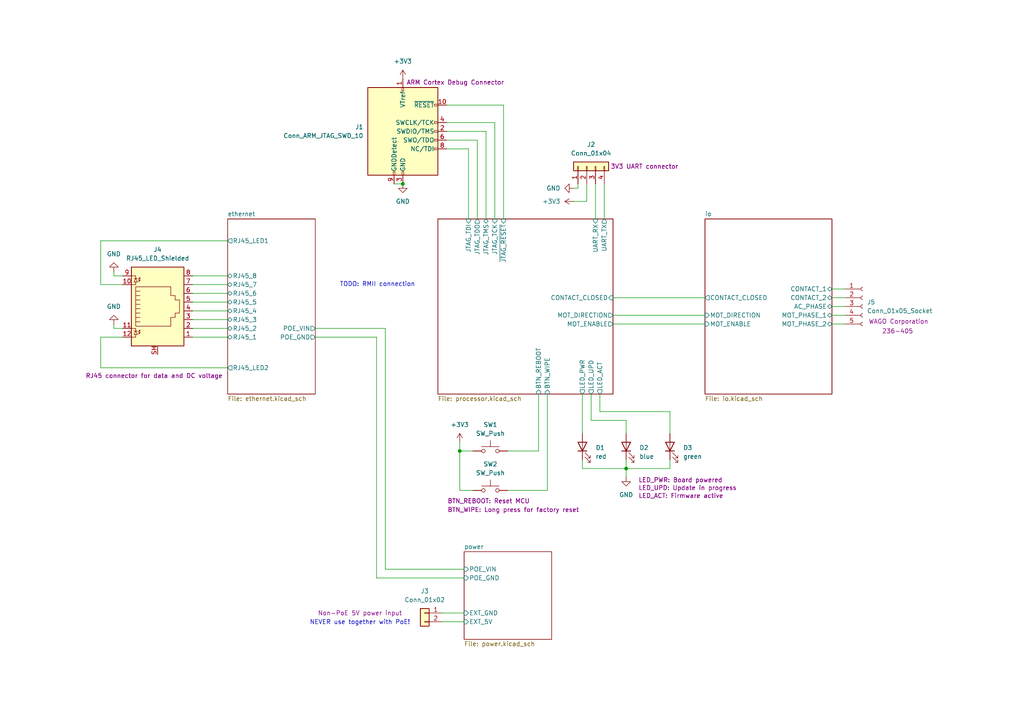
<source format=kicad_sch>
(kicad_sch (version 20250114) (generator "eeschema") (generator_version "9.0")
  (paper "A4")
  (title_block (title "iot-contact"))
  (lib_symbols
    (symbol "Connector:Conn_01x05_Socket" (pin_names (offset 1.016) (hide yes))
      (property "Reference" "J" (at 0 7.62 0))
      (property "Value" "Conn_01x05_Socket" (at 0 -7.62 0))
      (symbol "Conn_01x05_Socket_1_1"
        (polyline (pts (xy -1.27 5.08) (xy -0.508 5.08)) (stroke (width 0.1524)))
        (polyline (pts (xy -1.27 2.54) (xy -0.508 2.54)) (stroke (width 0.1524)))
        (polyline (pts (xy -1.27 0) (xy -0.508 0)) (stroke (width 0.1524)))
        (polyline (pts (xy -1.27 -2.54) (xy -0.508 -2.54)) (stroke (width 0.1524)))
        (polyline (pts (xy -1.27 -5.08) (xy -0.508 -5.08)) (stroke (width 0.1524)))
        (arc (start 0 4.572) (mid -0.5058 5.08) (end 0 5.588) (stroke (width 0.1524)))
        (arc (start 0 2.032) (mid -0.5058 2.54) (end 0 3.048) (stroke (width 0.1524)))
        (arc (start 0 -0.508) (mid -0.5058 0) (end 0 0.508) (stroke (width 0.1524)))
        (arc (start 0 -3.048) (mid -0.5058 -2.54) (end 0 -2.032) (stroke (width 0.1524)))
        (arc (start 0 -5.588) (mid -0.5058 -5.08) (end 0 -4.572) (stroke (width 0.1524)))
        (pin passive line (at -5.08 5.08 0) (length 3.81) (name "Pin_1") (number "1"))
        (pin passive line (at -5.08 2.54 0) (length 3.81) (name "Pin_2") (number "2"))
        (pin passive line (at -5.08 0 0) (length 3.81) (name "Pin_3") (number "3"))
        (pin passive line (at -5.08 -2.54 0) (length 3.81) (name "Pin_4") (number "4"))
        (pin passive line (at -5.08 -5.08 0) (length 3.81) (name "Pin_5") (number "5"))
      )
    )
    (symbol "Connector:Conn_ARM_JTAG_SWD_10" (pin_names (offset 1.016))
      (property "Reference" "J" (at -2.54 16.51 0))
      (property "Value" "Conn_ARM_JTAG_SWD_10" (at -2.54 13.97 0))
      (symbol "Conn_ARM_JTAG_SWD_10_0_1"
        (rectangle (start -10.16 12.7) (end 10.16 -12.7) (stroke (width 0.254)) (fill (type background)))
        (rectangle (start -2.794 -12.7) (end -2.286 -11.684))
        (rectangle (start -0.254 12.7) (end 0.254 11.684))
        (rectangle (start -0.254 -12.7) (end 0.254 -11.684))
        (rectangle (start 9.144 2.286) (end 10.16 2.794))
        (rectangle (start 10.16 7.874) (end 9.144 7.366))
        (rectangle (start 10.16 -0.254) (end 9.144 0.254))
        (rectangle (start 10.16 -2.794) (end 9.144 -2.286))
      )
      (symbol "Conn_ARM_JTAG_SWD_10_1_1"
        (rectangle (start 9.144 -5.334) (end 10.16 -4.826))
        (pin no_connect line (at -10.16 0 0) (length 2.54) (hide yes) (name "KEY") (number "7"))
        (pin passive line (at -2.54 -15.24 90) (length 2.54) (name "GNDDetect") (number "9"))
        (pin power_in line (at 0 15.24 270) (length 2.54) (name "VTref") (number "1"))
        (pin power_in line (at 0 -15.24 90) (length 2.54) (name "GND") (number "3"))
        (pin passive line (at 0 -15.24 90) (length 2.54) (hide yes) (name "GND") (number "5"))
        (pin open_collector line (at 12.7 7.62 180) (length 2.54) (name "~{RESET}") (number "10"))
        (pin output line (at 12.7 2.54 180) (length 2.54) (name "SWCLK/TCK") (number "4"))
        (pin bidirectional line (at 12.7 0 180) (length 2.54) (name "SWDIO/TMS") (number "2"))
        (pin input line (at 12.7 -2.54 180) (length 2.54) (name "SWO/TDO") (number "6"))
        (pin output line (at 12.7 -5.08 180) (length 2.54) (name "NC/TDI") (number "8"))
      )
    )
    (symbol "Connector:RJ45_LED_Shielded" (pin_names (offset 1.016))
      (property "Reference" "J" (at -5.08 13.97 0))
      (property "Value" "RJ45_LED_Shielded" (at 1.27 13.97 0))
      (symbol "RJ45_LED_Shielded_0_1"
        (polyline (pts (xy -7.62 10.16) (xy -6.35 10.16)))
        (polyline (pts (xy -7.62 7.62) (xy -6.35 7.62)))
        (polyline (pts (xy -7.62 -5.08) (xy -6.35 -5.08)))
        (polyline (pts (xy -7.62 -7.62) (xy -6.35 -7.62)))
        (polyline (pts (xy -6.858 9.398) (xy -5.842 9.398)))
        (polyline (pts (xy -6.858 -5.842) (xy -5.842 -5.842)))
        (polyline (pts (xy -6.35 10.16) (xy -6.35 9.398)))
        (polyline (pts (xy -6.35 9.398) (xy -6.858 8.382) (xy -5.842 8.382) (xy -6.35 9.398)))
        (polyline (pts (xy -6.35 7.62) (xy -6.35 8.382)))
        (polyline (pts (xy -6.35 1.905) (xy -5.08 1.905) (xy -5.08 1.905)))
        (polyline (pts (xy -6.35 0.635) (xy -5.08 0.635) (xy -5.08 0.635)))
        (polyline (pts (xy -6.35 -0.635) (xy -5.08 -0.635) (xy -5.08 -0.635)))
        (polyline (pts (xy -6.35 -1.905) (xy -5.08 -1.905) (xy -5.08 -1.905)))
        (polyline (pts (xy -6.35 -3.175) (xy -5.08 -3.175) (xy -5.08 -3.175)))
        (polyline (pts (xy -6.35 -4.445) (xy -6.35 6.985) (xy 3.81 6.985) (xy 3.81 4.445) (xy 5.08 4.445) (xy 5.08 3.175) (xy 6.35 3.175) (xy 6.35 -0.635) (xy 5.08 -0.635) (xy 5.08 -1.905) (xy 3.81 -1.905) (xy 3.81 -4.445) (xy -6.35 -4.445) (xy -6.35 -4.445)))
        (polyline (pts (xy -6.35 -5.08) (xy -6.35 -5.842)))
        (polyline (pts (xy -6.35 -5.842) (xy -6.858 -6.858) (xy -5.842 -6.858) (xy -6.35 -5.842)))
        (polyline (pts (xy -6.35 -7.62) (xy -6.35 -6.858)))
        (polyline (pts (xy -5.588 9.144) (xy -5.08 9.652) (xy -5.461 9.525)))
        (polyline (pts (xy -5.588 8.509) (xy -5.08 9.017) (xy -5.461 8.89)))
        (polyline (pts (xy -5.588 -6.096) (xy -5.08 -5.588) (xy -5.461 -5.715)))
        (polyline (pts (xy -5.588 -6.731) (xy -5.08 -6.223) (xy -5.461 -6.35)))
        (polyline (pts (xy -5.08 9.652) (xy -5.207 9.271)))
        (polyline (pts (xy -5.08 9.017) (xy -5.207 8.636)))
        (polyline (pts (xy -5.08 5.715) (xy -6.35 5.715)))
        (polyline (pts (xy -5.08 4.445) (xy -6.35 4.445)))
        (polyline (pts (xy -5.08 3.175) (xy -6.35 3.175) (xy -6.35 3.175)))
        (polyline (pts (xy -5.08 -5.588) (xy -5.207 -5.969)))
        (polyline (pts (xy -5.08 -6.223) (xy -5.207 -6.604)))
        (rectangle (start 7.62 12.7) (end -7.62 -10.16) (stroke (width 0.254)) (fill (type background)))
      )
      (symbol "RJ45_LED_Shielded_1_1"
        (pin passive line (at -10.16 10.16 0) (length 2.54) (name "~") (number "9"))
        (pin passive line (at -10.16 7.62 0) (length 2.54) (name "~") (number "10"))
        (pin passive line (at -10.16 -5.08 0) (length 2.54) (name "~") (number "11"))
        (pin passive line (at -10.16 -7.62 0) (length 2.54) (name "~") (number "12"))
        (pin passive line (at 0 -12.7 90) (length 2.54) (name "~") (number "SH"))
        (pin passive line (at 10.16 10.16 180) (length 2.54) (name "~") (number "8"))
        (pin passive line (at 10.16 7.62 180) (length 2.54) (name "~") (number "7"))
        (pin passive line (at 10.16 5.08 180) (length 2.54) (name "~") (number "6"))
        (pin passive line (at 10.16 2.54 180) (length 2.54) (name "~") (number "5"))
        (pin passive line (at 10.16 0 180) (length 2.54) (name "~") (number "4"))
        (pin passive line (at 10.16 -2.54 180) (length 2.54) (name "~") (number "3"))
        (pin passive line (at 10.16 -5.08 180) (length 2.54) (name "~") (number "2"))
        (pin passive line (at 10.16 -7.62 180) (length 2.54) (name "~") (number "1"))
      )
    )
    (symbol "Connector_Generic:Conn_01x02" (pin_names (offset 1.016) (hide yes))
      (property "Reference" "J" (at 0 2.54 0))
      (property "Value" "Conn_01x02" (at 0 -5.08 0))
      (symbol "Conn_01x02_1_1"
        (rectangle (start -1.27 1.27) (end 1.27 -3.81) (stroke (width 0.254)) (fill (type background)))
        (rectangle (start -1.27 0.127) (end 0 -0.127) (stroke (width 0.1524)))
        (rectangle (start -1.27 -2.413) (end 0 -2.667) (stroke (width 0.1524)))
        (pin passive line (at -5.08 0 0) (length 3.81) (name "Pin_1") (number "1"))
        (pin passive line (at -5.08 -2.54 0) (length 3.81) (name "Pin_2") (number "2"))
      )
    )
    (symbol "Connector_Generic:Conn_01x04" (pin_names (offset 1.016) (hide yes))
      (property "Reference" "J" (at 0 5.08 0))
      (property "Value" "Conn_01x04" (at 0 -7.62 0))
      (symbol "Conn_01x04_1_1"
        (rectangle (start -1.27 3.81) (end 1.27 -6.35) (stroke (width 0.254)) (fill (type background)))
        (rectangle (start -1.27 2.667) (end 0 2.413) (stroke (width 0.1524)))
        (rectangle (start -1.27 0.127) (end 0 -0.127) (stroke (width 0.1524)))
        (rectangle (start -1.27 -2.413) (end 0 -2.667) (stroke (width 0.1524)))
        (rectangle (start -1.27 -4.953) (end 0 -5.207) (stroke (width 0.1524)))
        (pin passive line (at -5.08 2.54 0) (length 3.81) (name "Pin_1") (number "1"))
        (pin passive line (at -5.08 0 0) (length 3.81) (name "Pin_2") (number "2"))
        (pin passive line (at -5.08 -2.54 0) (length 3.81) (name "Pin_3") (number "3"))
        (pin passive line (at -5.08 -5.08 0) (length 3.81) (name "Pin_4") (number "4"))
      )
    )
    (symbol "Device:LED" (pin_numbers (hide yes)) (pin_names (offset 1.016) (hide yes))
      (property "Reference" "D" (at 0 2.54 0))
      (property "Value" "LED" (at 0 -2.54 0))
      (symbol "LED_0_1"
        (polyline (pts (xy -3.048 -0.762) (xy -4.572 -2.286) (xy -3.81 -2.286) (xy -4.572 -2.286) (xy -4.572 -1.524)))
        (polyline (pts (xy -1.778 -0.762) (xy -3.302 -2.286) (xy -2.54 -2.286) (xy -3.302 -2.286) (xy -3.302 -1.524)))
        (polyline (pts (xy -1.27 0) (xy 1.27 0)))
        (polyline (pts (xy -1.27 -1.27) (xy -1.27 1.27)) (stroke (width 0.254)))
        (polyline (pts (xy 1.27 -1.27) (xy 1.27 1.27) (xy -1.27 0) (xy 1.27 -1.27)) (stroke (width 0.254)))
      )
      (symbol "LED_1_1"
        (pin passive line (at -3.81 0 0) (length 2.54) (name "K") (number "1"))
        (pin passive line (at 3.81 0 180) (length 2.54) (name "A") (number "2"))
      )
    )
    (symbol "Switch:SW_Push" (pin_numbers (hide yes)) (pin_names (offset 1.016) (hide yes))
      (property "Reference" "SW" (at 1.27 2.54 0))
      (property "Value" "SW_Push" (at 0 -1.524 0))
      (symbol "SW_Push_0_1"
        (circle (center -2.032 0) (radius 0.508))
        (polyline (pts (xy 0 1.27) (xy 0 3.048)))
        (circle (center 2.032 0) (radius 0.508))
        (polyline (pts (xy 2.54 1.27) (xy -2.54 1.27)))
        (pin passive line (at -5.08 0 0) (length 2.54) (name "1") (number "1"))
        (pin passive line (at 5.08 0 180) (length 2.54) (name "2") (number "2"))
      )
    )
    (symbol "power:+3V3" (power) (pin_numbers (hide yes)) (pin_names (offset 0) (hide yes))
      (property "Value" "+3V3" (at 0 3.556 0))
      (symbol "+3V3_0_1"
        (polyline (pts (xy -0.762 1.27) (xy 0 2.54)))
        (polyline (pts (xy 0 2.54) (xy 0.762 1.27)))
        (polyline (pts (xy 0 0) (xy 0 2.54)))
      )
      (symbol "+3V3_1_1"
        (pin power_in line (at 0 0 90) (length 0) (name "~") (number "1"))
      )
    )
    (symbol "power:GND" (power) (pin_numbers (hide yes)) (pin_names (offset 0) (hide yes))
      (property "Value" "GND" (at 0 -3.81 0))
      (symbol "GND_0_1"
        (polyline (pts (xy 0 0) (xy 0 -1.27) (xy 1.27 -1.27) (xy 0 -2.54) (xy -1.27 -1.27) (xy 0 -1.27)))
      )
      (symbol "GND_1_1"
        (pin power_in line (at 0 0 270) (length 0) (name "~") (number "1"))
      )
    )
  )
  (text "NEVER use together with PoE!" (at 104.394 180.594 0) (effects (font (size 1.27 1.27))))
  (text "TODO: RMII connection" (at 109.474 82.55 0) (effects (font (size 1.27 1.27))))
  (junction (at 181.61 135.89))
  (junction (at 133.35 130.81))
  (junction (at 116.84 53.34))
  (wire (pts (xy 181.61 135.89) (xy 181.61 138.43)))
  (wire (pts (xy 138.43 40.64) (xy 138.43 63.5)))
  (wire (pts (xy 241.3 93.98) (xy 245.11 93.98)))
  (wire (pts (xy 29.21 82.55) (xy 35.56 82.55)))
  (wire (pts (xy 181.61 133.35) (xy 181.61 135.89)))
  (wire (pts (xy 55.88 80.01) (xy 66.04 80.01)))
  (wire (pts (xy 33.02 80.01) (xy 35.56 80.01)))
  (wire (pts (xy 111.76 165.1) (xy 134.62 165.1)))
  (wire (pts (xy 170.18 58.42) (xy 166.37 58.42)))
  (wire (pts (xy 109.22 97.79) (xy 109.22 167.64)))
  (wire (pts (xy 111.76 95.25) (xy 111.76 165.1)))
  (wire (pts (xy 129.54 35.56) (xy 143.51 35.56)))
  (wire (pts (xy 181.61 121.92) (xy 181.61 125.73)))
  (wire (pts (xy 177.8 86.36) (xy 204.47 86.36)))
  (wire (pts (xy 129.54 30.48) (xy 146.05 30.48)))
  (wire (pts (xy 146.05 30.48) (xy 146.05 63.5)))
  (wire (pts (xy 156.21 114.3) (xy 156.21 130.81)))
  (wire (pts (xy 133.35 130.81) (xy 133.35 142.24)))
  (wire (pts (xy 158.75 114.3) (xy 158.75 142.24)))
  (wire (pts (xy 55.88 85.09) (xy 66.04 85.09)))
  (wire (pts (xy 168.91 135.89) (xy 181.61 135.89)))
  (wire (pts (xy 33.02 93.98) (xy 33.02 95.25)))
  (wire (pts (xy 241.3 91.44) (xy 245.11 91.44)))
  (wire (pts (xy 114.3 53.34) (xy 116.84 53.34)))
  (wire (pts (xy 168.91 114.3) (xy 168.91 125.73)))
  (wire (pts (xy 173.99 114.3) (xy 173.99 119.38)))
  (wire (pts (xy 129.54 40.64) (xy 138.43 40.64)))
  (wire (pts (xy 137.16 142.24) (xy 133.35 142.24)))
  (wire (pts (xy 166.37 54.61) (xy 167.64 54.61)))
  (wire (pts (xy 241.3 83.82) (xy 245.11 83.82)))
  (wire (pts (xy 170.18 53.34) (xy 170.18 58.42)))
  (wire (pts (xy 241.3 86.36) (xy 245.11 86.36)))
  (wire (pts (xy 91.44 97.79) (xy 109.22 97.79)))
  (wire (pts (xy 133.35 130.81) (xy 133.35 128.27)))
  (wire (pts (xy 129.54 43.18) (xy 135.89 43.18)))
  (wire (pts (xy 55.88 82.55) (xy 66.04 82.55)))
  (wire (pts (xy 241.3 88.9) (xy 245.11 88.9)))
  (wire (pts (xy 55.88 97.79) (xy 66.04 97.79)))
  (wire (pts (xy 167.64 54.61) (xy 167.64 53.34)))
  (wire (pts (xy 140.97 38.1) (xy 140.97 63.5)))
  (wire (pts (xy 33.02 78.74) (xy 33.02 80.01)))
  (wire (pts (xy 173.99 119.38) (xy 194.31 119.38)))
  (wire (pts (xy 194.31 119.38) (xy 194.31 125.73)))
  (wire (pts (xy 194.31 133.35) (xy 194.31 135.89)))
  (wire (pts (xy 177.8 91.44) (xy 204.47 91.44)))
  (wire (pts (xy 194.31 135.89) (xy 181.61 135.89)))
  (wire (pts (xy 29.21 97.79) (xy 35.56 97.79)))
  (wire (pts (xy 168.91 133.35) (xy 168.91 135.89)))
  (wire (pts (xy 158.75 142.24) (xy 147.32 142.24)))
  (wire (pts (xy 143.51 35.56) (xy 143.51 63.5)))
  (wire (pts (xy 172.72 53.34) (xy 172.72 63.5)))
  (wire (pts (xy 171.45 114.3) (xy 171.45 121.92)))
  (wire (pts (xy 55.88 87.63) (xy 66.04 87.63)))
  (wire (pts (xy 129.54 38.1) (xy 140.97 38.1)))
  (wire (pts (xy 135.89 43.18) (xy 135.89 63.5)))
  (wire (pts (xy 171.45 121.92) (xy 181.61 121.92)))
  (wire (pts (xy 55.88 95.25) (xy 66.04 95.25)))
  (wire (pts (xy 128.27 177.8) (xy 134.62 177.8)))
  (wire (pts (xy 137.16 130.81) (xy 133.35 130.81)))
  (wire (pts (xy 128.27 180.34) (xy 134.62 180.34)))
  (wire (pts (xy 177.8 93.98) (xy 204.47 93.98)))
  (wire (pts (xy 175.26 53.34) (xy 175.26 63.5)))
  (wire (pts (xy 29.21 69.85) (xy 29.21 82.55)))
  (wire (pts (xy 156.21 130.81) (xy 147.32 130.81)))
  (wire (pts (xy 91.44 95.25) (xy 111.76 95.25)))
  (wire (pts (xy 55.88 90.17) (xy 66.04 90.17)))
  (wire (pts (xy 109.22 167.64) (xy 134.62 167.64)))
  (wire (pts (xy 33.02 95.25) (xy 35.56 95.25)))
  (wire (pts (xy 55.88 92.71) (xy 66.04 92.71)))
  (wire (pts (xy 29.21 106.68) (xy 29.21 97.79)))
  (wire (pts (xy 66.04 69.85) (xy 29.21 69.85)))
  (wire (pts (xy 66.04 106.68) (xy 29.21 106.68)))
  (symbol (lib_id "power:GND") (at 33.02 93.98 180) (unit 1)
    (property "Reference" "#PWR08" (effects (hide yes)))
    (property "Value" "GND" (at 33.02 88.9 0))
    (property "Description" "Power symbol creates a global label with name \"GND\" , ground" (effects (hide yes)))
  )
  (symbol (lib_id "Switch:SW_Push") (at 142.24 130.81 0) (mirror y) (unit 1)
    (property "Reference" "SW1" (at 142.24 123.19 0))
    (property "Value" "SW_Push" (at 142.24 125.73 0))
    (property "Footprint" "Button_Switch_SMD:SW_SPST_TL3305B" (effects (hide yes)))
    (property "Datasheet" "https://www.e-switch.com/wp-content/uploads/2024/08/TL3305.pdf" (effects (hide yes)))
    (property "Description" "BTN_REBOOT: Reset MCU" (at 129.794 145.288 0) (effects (justify right)))
    (property "MPN" "TL3305BF260QG" (effects (hide yes)))
    (property "Manufacturer" "E-Switch" (effects (hide yes)))
  )
  (symbol (lib_id "Connector:RJ45_LED_Shielded") (at 45.72 90.17 0) (unit 1)
    (property "Reference" "J4" (at 45.72 72.39 0))
    (property "Value" "RJ45_LED_Shielded" (at 45.72 74.93 0))
    (property "Footprint" "Connector_RJ:RJ45_BEL_SS74301-00x_Vertical" (effects (hide yes)))
    (property "Datasheet" "https://www.cinch.com/media/datasheets/products/ethernet-usb/ds-stw-2.5g-connectors.pdf" (effects (hide yes)))
    (property "Description" "RJ45 connector for data and DC voltage" (at 44.704 108.966 0))
    (property "MPN" "SS-74301-001" (effects (hide yes)))
    (property "Manufacturer" "Stewart Connector" (effects (hide yes)))
  )
  (symbol (lib_id "Switch:SW_Push") (at 142.24 142.24 0) (mirror y) (unit 1)
    (property "Reference" "SW2" (at 142.24 134.62 0))
    (property "Value" "SW_Push" (at 142.24 137.16 0))
    (property "Footprint" "Button_Switch_SMD:SW_SPST_TL3305B" (effects (hide yes)))
    (property "Datasheet" "https://www.e-switch.com/wp-content/uploads/2024/08/TL3305.pdf" (effects (hide yes)))
    (property "Description" "BTN_WIPE: Long press for factory reset" (at 129.794 147.828 0) (effects (justify right)))
    (property "MPN" "TL3305BF260QG" (effects (hide yes)))
    (property "Manufacturer" "E-Switch" (effects (hide yes)))
  )
  (symbol (lib_id "Device:LED") (at 181.61 129.54 90) (unit 1)
    (property "Reference" "D2" (at 185.42 129.8574 90) (effects (justify right)))
    (property "Value" "blue" (at 185.42 132.3974 90) (effects (justify right)))
    (property "Footprint" "LED_SMD:LED_1206_3216Metric" (effects (hide yes)))
    (property "Datasheet" "https://s3-us-west-2.amazonaws.com/catsy.557/Dialight_CBI_data_598-1206_Apr2018.pdf" (effects (hide yes)))
    (property "Description" "LED_UPD: Update in progress" (at 185.166 141.478 90) (effects (justify right)))
    (property "MPN" "598-8291-107F" (effects (hide yes)))
    (property "Manufacturer" "Dialight" (effects (hide yes)))
  )
  (symbol (lib_id "Connector_Generic:Conn_01x04") (at 170.18 48.26 90) (unit 1)
    (property "Reference" "J2" (at 171.45 41.91 90))
    (property "Value" "Conn_01x04" (at 171.45 44.45 90))
    (property "Footprint" "Connector_PinHeader_2.54mm:PinHeader_1x04_P2.54mm_Vertical" (effects (hide yes)))
    (property "Description" "3V3 UART connector" (at 186.944 48.26 90))
  )
  (symbol (lib_id "power:+3V3") (at 133.35 128.27 0) (mirror y) (unit 1)
    (property "Reference" "#PWR04" (effects (hide yes)))
    (property "Value" "+3V3" (at 133.35 123.19 0))
    (property "Description" "Power symbol creates a global label with name \"+3V3\"" (effects (hide yes)))
  )
  (symbol (lib_id "Connector:Conn_ARM_JTAG_SWD_10") (at 116.84 38.1 0) (unit 1)
    (property "Reference" "J1" (at 105.41 36.8299 0) (effects (justify right)))
    (property "Value" "Conn_ARM_JTAG_SWD_10" (at 105.41 39.3699 0) (effects (justify right)))
    (property "Datasheet" "https://mm.digikey.com/Volume0/opasdata/d220001/medias/docus/6209/ftsh-1xx-xx-xxx-dv-xxx-xxx-x-xx-mkt.pdf" (effects (hide yes)))
    (property "Description" "ARM Cortex Debug Connector" (at 132.08 23.876 0))
    (property "MPN" "FTSH-105-01-L-DV-007-K-TR" (effects (hide yes)))
    (property "Manufacturer" "samtec" (effects (hide yes)))
  )
  (symbol (lib_id "Connector_Generic:Conn_01x02") (at 123.19 177.8 0) (mirror y) (unit 1)
    (property "Reference" "J3" (at 123.19 171.45 0))
    (property "Value" "Conn_01x02" (at 123.19 173.99 0))
    (property "Footprint" "Connector_PinHeader_2.54mm:PinHeader_1x02_P2.54mm_Vertical" (effects (hide yes)))
    (property "Description" "Non-PoE 5V power input" (at 104.394 177.8 0))
  )
  (symbol (lib_id "Connector:Conn_01x05_Socket") (at 250.19 88.9 0) (unit 1)
    (property "Reference" "J5" (at 251.46 87.6299 0) (effects (justify left)))
    (property "Value" "Conn_01x05_Socket" (at 251.46 90.1699 0) (effects (justify left)))
    (property "Footprint" "TerminalBlock_WAGO:TerminalBlock_WAGO_236-405_1x05_P5.00mm_45Degree" (effects (hide yes)))
    (property "Description" "Generic connector, single row, 01x05, script generated" (effects (hide yes)))
    (property "MPN" "236-405" (at 260.35 96.012 0))
    (property "Manufacturer" "WAGO Corporation" (at 260.604 93.218 0))
  )
  (symbol (lib_id "power:+3V3") (at 166.37 58.42 90) (unit 1)
    (property "Reference" "#PWR06" (effects (hide yes)))
    (property "Value" "+3V3" (at 162.56 58.4199 90) (effects (justify left)))
    (property "Description" "Power symbol creates a global label with name \"+3V3\"" (effects (hide yes)))
  )
  (symbol (lib_id "Device:LED") (at 194.31 129.54 90) (unit 1)
    (property "Reference" "D3" (at 198.12 129.8574 90) (effects (justify right)))
    (property "Value" "green" (at 198.12 132.3974 90) (effects (justify right)))
    (property "Footprint" "LED_SMD:LED_1206_3216Metric" (effects (hide yes)))
    (property "Datasheet" "https://s3-us-west-2.amazonaws.com/catsy.557/Dialight_CBI_data_598-1206_Apr2018.pdf" (effects (hide yes)))
    (property "Description" "LED_ACT: Firmware active" (at 185.166 143.764 90) (effects (justify right)))
    (property "MPN" "598-8270-107F" (effects (hide yes)))
    (property "Manufacturer" "Dialight" (effects (hide yes)))
  )
  (symbol (lib_id "power:GND") (at 116.84 53.34 0) (unit 1)
    (property "Reference" "#PWR02" (effects (hide yes)))
    (property "Value" "GND" (at 116.84 58.42 0))
    (property "Description" "Power symbol creates a global label with name \"GND\" , ground" (effects (hide yes)))
  )
  (symbol (lib_id "power:GND") (at 181.61 138.43 0) (unit 1)
    (property "Reference" "#PWR03" (effects (hide yes)))
    (property "Value" "GND" (at 181.61 143.51 0))
    (property "Description" "Power symbol creates a global label with name \"GND\" , ground" (effects (hide yes)))
  )
  (symbol (lib_id "power:GND") (at 166.37 54.61 270) (unit 1)
    (property "Reference" "#PWR05" (effects (hide yes)))
    (property "Value" "GND" (at 162.56 54.6099 90) (effects (justify right)))
    (property "Description" "Power symbol creates a global label with name \"GND\" , ground" (effects (hide yes)))
  )
  (symbol (lib_id "power:+3V3") (at 116.84 22.86 0) (unit 1)
    (property "Reference" "#PWR01" (effects (hide yes)))
    (property "Value" "+3V3" (at 116.84 17.78 0))
    (property "Description" "Power symbol creates a global label with name \"+3V3\"" (effects (hide yes)))
  )
  (symbol (lib_id "Device:LED") (at 168.91 129.54 90) (unit 1)
    (property "Reference" "D1" (at 172.72 129.8574 90) (effects (justify right)))
    (property "Value" "red" (at 172.72 132.3974 90) (effects (justify right)))
    (property "Footprint" "LED_SMD:LED_1206_3216Metric" (effects (hide yes)))
    (property "Datasheet" "https://s3-us-west-2.amazonaws.com/catsy.557/Dialight_CBI_data_598-1206_Apr2018.pdf" (effects (hide yes)))
    (property "Description" "LED_PWR: Board powered" (at 185.166 139.192 90) (effects (justify right)))
    (property "MPN" "598-8210-107F" (effects (hide yes)))
    (property "Manufacturer" "Dialight" (effects (hide yes)))
  )
  (symbol (lib_id "power:GND") (at 33.02 78.74 180) (unit 1)
    (property "Reference" "#PWR07" (effects (hide yes)))
    (property "Value" "GND" (at 33.02 73.66 0))
    (property "Description" "Power symbol creates a global label with name \"GND\" , ground" (effects (hide yes)))
  )
  (sheet (at 66.04 63.5) (size 25.4 50.8) (stroke (width 0.1524))
    (property "Sheetname" "ethernet" (at 66.04 62.7884 0) (effects (justify left bottom)))
    (property "Sheetfile" "ethernet.kicad_sch" (at 66.04 114.8846 0) (effects (justify left top)))
    (pin "RJ45_1" bidirectional (at 66.04 97.79 180))
    (pin "RJ45_2" bidirectional (at 66.04 95.25 180))
    (pin "RJ45_3" bidirectional (at 66.04 92.71 180))
    (pin "RJ45_4" bidirectional (at 66.04 90.17 180))
    (pin "RJ45_5" bidirectional (at 66.04 87.63 180))
    (pin "RJ45_6" bidirectional (at 66.04 85.09 180))
    (pin "RJ45_7" bidirectional (at 66.04 82.55 180))
    (pin "RJ45_8" bidirectional (at 66.04 80.01 180))
    (pin "RJ45_LED1" output (at 66.04 69.85 180))
    (pin "RJ45_LED2" output (at 66.04 106.68 180))
    (pin "POE_GND" output (at 91.44 97.79 0))
    (pin "POE_VIN" output (at 91.44 95.25 0))
  )
  (sheet (at 204.47 63.5) (size 36.83 50.8) (stroke (width 0.1524))
    (property "Sheetname" "io" (at 204.47 62.7884 0) (effects (justify left bottom)))
    (property "Sheetfile" "io.kicad_sch" (at 204.47 114.8846 0) (effects (justify left top)))
    (pin "AC_PHASE" bidirectional (at 241.3 88.9 0))
    (pin "MOT_PHASE_1" bidirectional (at 241.3 91.44 0))
    (pin "MOT_PHASE_2" bidirectional (at 241.3 93.98 0))
    (pin "CONTACT_1" bidirectional (at 241.3 83.82 0))
    (pin "CONTACT_2" bidirectional (at 241.3 86.36 0))
    (pin "MOT_DIRECTION" input (at 204.47 91.44 180))
    (pin "MOT_ENABLE" input (at 204.47 93.98 180))
    (pin "CONTACT_CLOSED" output (at 204.47 86.36 180))
  )
  (sheet (at 127 63.5) (size 50.8 50.8) (stroke (width 0.1524))
    (property "Sheetname" "processor" (effects (hide yes)))
    (property "Sheetfile" "processor.kicad_sch" (at 127 114.8846 0) (effects (justify left top)))
    (pin "JTAG_TDI" input (at 135.89 63.5 90))
    (pin "JTAG_TDO" output (at 138.43 63.5 90))
    (pin "~{JTAG_RESET}" input (at 146.05 63.5 90))
    (pin "JTAG_TMS" bidirectional (at 140.97 63.5 90))
    (pin "JTAG_TCK" input (at 143.51 63.5 90))
    (pin "UART_RX" input (at 172.72 63.5 90))
    (pin "UART_TX" output (at 175.26 63.5 90))
    (pin "LED_UPD" output (at 171.45 114.3 270))
    (pin "LED_PWR" output (at 168.91 114.3 270))
    (pin "BTN_REBOOT" input (at 156.21 114.3 270))
    (pin "BTN_WIPE" input (at 158.75 114.3 270))
    (pin "LED_ACT" output (at 173.99 114.3 270))
    (pin "MOT_DIRECTION" output (at 177.8 91.44 0))
    (pin "MOT_ENABLE" output (at 177.8 93.98 0))
    (pin "CONTACT_CLOSED" input (at 177.8 86.36 0))
  )
  (sheet (at 134.62 160.02) (size 25.4 25.4) (stroke (width 0.1524))
    (property "Sheetname" "power" (at 134.62 159.3084 0) (effects (justify left bottom)))
    (property "Sheetfile" "power.kicad_sch" (at 134.62 186.0046 0) (effects (justify left top)))
    (pin "EXT_5V" input (at 134.62 180.34 180))
    (pin "EXT_GND" input (at 134.62 177.8 180))
    (pin "POE_VIN" input (at 134.62 165.1 180))
    (pin "POE_GND" input (at 134.62 167.64 180))
  )
)
</source>
